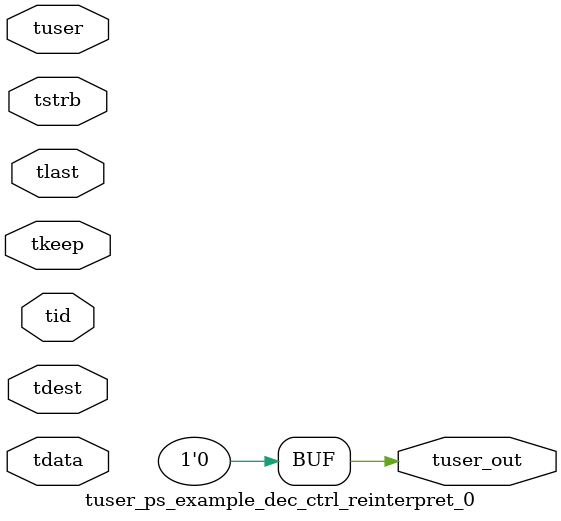
<source format=v>


`timescale 1ps/1ps

module tuser_ps_example_dec_ctrl_reinterpret_0 #
(
parameter C_S_AXIS_TUSER_WIDTH = 1,
parameter C_S_AXIS_TDATA_WIDTH = 32,
parameter C_S_AXIS_TID_WIDTH   = 0,
parameter C_S_AXIS_TDEST_WIDTH = 0,
parameter C_M_AXIS_TUSER_WIDTH = 1
)
(
input  [(C_S_AXIS_TUSER_WIDTH == 0 ? 1 : C_S_AXIS_TUSER_WIDTH)-1:0     ] tuser,
input  [(C_S_AXIS_TDATA_WIDTH == 0 ? 1 : C_S_AXIS_TDATA_WIDTH)-1:0     ] tdata,
input  [(C_S_AXIS_TID_WIDTH   == 0 ? 1 : C_S_AXIS_TID_WIDTH)-1:0       ] tid,
input  [(C_S_AXIS_TDEST_WIDTH == 0 ? 1 : C_S_AXIS_TDEST_WIDTH)-1:0     ] tdest,
input  [(C_S_AXIS_TDATA_WIDTH/8)-1:0 ] tkeep,
input  [(C_S_AXIS_TDATA_WIDTH/8)-1:0 ] tstrb,
input                                                                    tlast,
output [C_M_AXIS_TUSER_WIDTH-1:0] tuser_out
);

assign tuser_out = {1'b0};

endmodule


</source>
